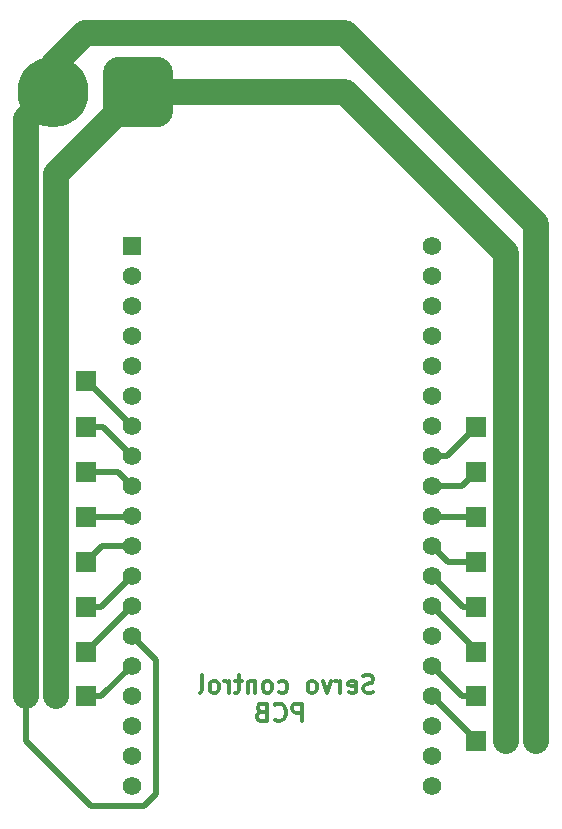
<source format=gbr>
%TF.GenerationSoftware,KiCad,Pcbnew,8.0.4-8.0.4-0~ubuntu22.04.1*%
%TF.CreationDate,2024-09-21T05:32:59+05:30*%
%TF.ProjectId,Servo_pcb_esp32,53657276-6f5f-4706-9362-5f6573703332,rev?*%
%TF.SameCoordinates,Original*%
%TF.FileFunction,Copper,L2,Bot*%
%TF.FilePolarity,Positive*%
%FSLAX46Y46*%
G04 Gerber Fmt 4.6, Leading zero omitted, Abs format (unit mm)*
G04 Created by KiCad (PCBNEW 8.0.4-8.0.4-0~ubuntu22.04.1) date 2024-09-21 05:32:59*
%MOMM*%
%LPD*%
G01*
G04 APERTURE LIST*
G04 Aperture macros list*
%AMRoundRect*
0 Rectangle with rounded corners*
0 $1 Rounding radius*
0 $2 $3 $4 $5 $6 $7 $8 $9 X,Y pos of 4 corners*
0 Add a 4 corners polygon primitive as box body*
4,1,4,$2,$3,$4,$5,$6,$7,$8,$9,$2,$3,0*
0 Add four circle primitives for the rounded corners*
1,1,$1+$1,$2,$3*
1,1,$1+$1,$4,$5*
1,1,$1+$1,$6,$7*
1,1,$1+$1,$8,$9*
0 Add four rect primitives between the rounded corners*
20,1,$1+$1,$2,$3,$4,$5,0*
20,1,$1+$1,$4,$5,$6,$7,0*
20,1,$1+$1,$6,$7,$8,$9,0*
20,1,$1+$1,$8,$9,$2,$3,0*%
G04 Aperture macros list end*
%ADD10C,0.300000*%
%TA.AperFunction,NonConductor*%
%ADD11C,0.300000*%
%TD*%
%TA.AperFunction,ComponentPad*%
%ADD12R,1.700000X1.700000*%
%TD*%
%TA.AperFunction,ComponentPad*%
%ADD13O,1.700000X1.700000*%
%TD*%
%TA.AperFunction,ComponentPad*%
%ADD14C,6.000000*%
%TD*%
%TA.AperFunction,ComponentPad*%
%ADD15RoundRect,1.500000X1.500000X1.500000X-1.500000X1.500000X-1.500000X-1.500000X1.500000X-1.500000X0*%
%TD*%
%TA.AperFunction,ComponentPad*%
%ADD16R,1.560000X1.560000*%
%TD*%
%TA.AperFunction,ComponentPad*%
%ADD17C,1.560000*%
%TD*%
%TA.AperFunction,Conductor*%
%ADD18C,2.200000*%
%TD*%
%TA.AperFunction,Conductor*%
%ADD19C,0.500000*%
%TD*%
%TA.AperFunction,Conductor*%
%ADD20C,0.200000*%
%TD*%
G04 APERTURE END LIST*
D10*
D11*
X146892855Y-110814484D02*
X146678570Y-110885912D01*
X146678570Y-110885912D02*
X146321427Y-110885912D01*
X146321427Y-110885912D02*
X146178570Y-110814484D01*
X146178570Y-110814484D02*
X146107141Y-110743055D01*
X146107141Y-110743055D02*
X146035712Y-110600198D01*
X146035712Y-110600198D02*
X146035712Y-110457341D01*
X146035712Y-110457341D02*
X146107141Y-110314484D01*
X146107141Y-110314484D02*
X146178570Y-110243055D01*
X146178570Y-110243055D02*
X146321427Y-110171626D01*
X146321427Y-110171626D02*
X146607141Y-110100198D01*
X146607141Y-110100198D02*
X146749998Y-110028769D01*
X146749998Y-110028769D02*
X146821427Y-109957341D01*
X146821427Y-109957341D02*
X146892855Y-109814484D01*
X146892855Y-109814484D02*
X146892855Y-109671626D01*
X146892855Y-109671626D02*
X146821427Y-109528769D01*
X146821427Y-109528769D02*
X146749998Y-109457341D01*
X146749998Y-109457341D02*
X146607141Y-109385912D01*
X146607141Y-109385912D02*
X146249998Y-109385912D01*
X146249998Y-109385912D02*
X146035712Y-109457341D01*
X144821427Y-110814484D02*
X144964284Y-110885912D01*
X144964284Y-110885912D02*
X145249999Y-110885912D01*
X145249999Y-110885912D02*
X145392856Y-110814484D01*
X145392856Y-110814484D02*
X145464284Y-110671626D01*
X145464284Y-110671626D02*
X145464284Y-110100198D01*
X145464284Y-110100198D02*
X145392856Y-109957341D01*
X145392856Y-109957341D02*
X145249999Y-109885912D01*
X145249999Y-109885912D02*
X144964284Y-109885912D01*
X144964284Y-109885912D02*
X144821427Y-109957341D01*
X144821427Y-109957341D02*
X144749999Y-110100198D01*
X144749999Y-110100198D02*
X144749999Y-110243055D01*
X144749999Y-110243055D02*
X145464284Y-110385912D01*
X144107142Y-110885912D02*
X144107142Y-109885912D01*
X144107142Y-110171626D02*
X144035713Y-110028769D01*
X144035713Y-110028769D02*
X143964285Y-109957341D01*
X143964285Y-109957341D02*
X143821427Y-109885912D01*
X143821427Y-109885912D02*
X143678570Y-109885912D01*
X143321428Y-109885912D02*
X142964285Y-110885912D01*
X142964285Y-110885912D02*
X142607142Y-109885912D01*
X141821428Y-110885912D02*
X141964285Y-110814484D01*
X141964285Y-110814484D02*
X142035714Y-110743055D01*
X142035714Y-110743055D02*
X142107142Y-110600198D01*
X142107142Y-110600198D02*
X142107142Y-110171626D01*
X142107142Y-110171626D02*
X142035714Y-110028769D01*
X142035714Y-110028769D02*
X141964285Y-109957341D01*
X141964285Y-109957341D02*
X141821428Y-109885912D01*
X141821428Y-109885912D02*
X141607142Y-109885912D01*
X141607142Y-109885912D02*
X141464285Y-109957341D01*
X141464285Y-109957341D02*
X141392857Y-110028769D01*
X141392857Y-110028769D02*
X141321428Y-110171626D01*
X141321428Y-110171626D02*
X141321428Y-110600198D01*
X141321428Y-110600198D02*
X141392857Y-110743055D01*
X141392857Y-110743055D02*
X141464285Y-110814484D01*
X141464285Y-110814484D02*
X141607142Y-110885912D01*
X141607142Y-110885912D02*
X141821428Y-110885912D01*
X138892857Y-110814484D02*
X139035714Y-110885912D01*
X139035714Y-110885912D02*
X139321428Y-110885912D01*
X139321428Y-110885912D02*
X139464285Y-110814484D01*
X139464285Y-110814484D02*
X139535714Y-110743055D01*
X139535714Y-110743055D02*
X139607142Y-110600198D01*
X139607142Y-110600198D02*
X139607142Y-110171626D01*
X139607142Y-110171626D02*
X139535714Y-110028769D01*
X139535714Y-110028769D02*
X139464285Y-109957341D01*
X139464285Y-109957341D02*
X139321428Y-109885912D01*
X139321428Y-109885912D02*
X139035714Y-109885912D01*
X139035714Y-109885912D02*
X138892857Y-109957341D01*
X138035714Y-110885912D02*
X138178571Y-110814484D01*
X138178571Y-110814484D02*
X138250000Y-110743055D01*
X138250000Y-110743055D02*
X138321428Y-110600198D01*
X138321428Y-110600198D02*
X138321428Y-110171626D01*
X138321428Y-110171626D02*
X138250000Y-110028769D01*
X138250000Y-110028769D02*
X138178571Y-109957341D01*
X138178571Y-109957341D02*
X138035714Y-109885912D01*
X138035714Y-109885912D02*
X137821428Y-109885912D01*
X137821428Y-109885912D02*
X137678571Y-109957341D01*
X137678571Y-109957341D02*
X137607143Y-110028769D01*
X137607143Y-110028769D02*
X137535714Y-110171626D01*
X137535714Y-110171626D02*
X137535714Y-110600198D01*
X137535714Y-110600198D02*
X137607143Y-110743055D01*
X137607143Y-110743055D02*
X137678571Y-110814484D01*
X137678571Y-110814484D02*
X137821428Y-110885912D01*
X137821428Y-110885912D02*
X138035714Y-110885912D01*
X136892857Y-109885912D02*
X136892857Y-110885912D01*
X136892857Y-110028769D02*
X136821428Y-109957341D01*
X136821428Y-109957341D02*
X136678571Y-109885912D01*
X136678571Y-109885912D02*
X136464285Y-109885912D01*
X136464285Y-109885912D02*
X136321428Y-109957341D01*
X136321428Y-109957341D02*
X136250000Y-110100198D01*
X136250000Y-110100198D02*
X136250000Y-110885912D01*
X135749999Y-109885912D02*
X135178571Y-109885912D01*
X135535714Y-109385912D02*
X135535714Y-110671626D01*
X135535714Y-110671626D02*
X135464285Y-110814484D01*
X135464285Y-110814484D02*
X135321428Y-110885912D01*
X135321428Y-110885912D02*
X135178571Y-110885912D01*
X134678571Y-110885912D02*
X134678571Y-109885912D01*
X134678571Y-110171626D02*
X134607142Y-110028769D01*
X134607142Y-110028769D02*
X134535714Y-109957341D01*
X134535714Y-109957341D02*
X134392856Y-109885912D01*
X134392856Y-109885912D02*
X134249999Y-109885912D01*
X133535714Y-110885912D02*
X133678571Y-110814484D01*
X133678571Y-110814484D02*
X133750000Y-110743055D01*
X133750000Y-110743055D02*
X133821428Y-110600198D01*
X133821428Y-110600198D02*
X133821428Y-110171626D01*
X133821428Y-110171626D02*
X133750000Y-110028769D01*
X133750000Y-110028769D02*
X133678571Y-109957341D01*
X133678571Y-109957341D02*
X133535714Y-109885912D01*
X133535714Y-109885912D02*
X133321428Y-109885912D01*
X133321428Y-109885912D02*
X133178571Y-109957341D01*
X133178571Y-109957341D02*
X133107143Y-110028769D01*
X133107143Y-110028769D02*
X133035714Y-110171626D01*
X133035714Y-110171626D02*
X133035714Y-110600198D01*
X133035714Y-110600198D02*
X133107143Y-110743055D01*
X133107143Y-110743055D02*
X133178571Y-110814484D01*
X133178571Y-110814484D02*
X133321428Y-110885912D01*
X133321428Y-110885912D02*
X133535714Y-110885912D01*
X132178571Y-110885912D02*
X132321428Y-110814484D01*
X132321428Y-110814484D02*
X132392857Y-110671626D01*
X132392857Y-110671626D02*
X132392857Y-109385912D01*
X140892857Y-113300828D02*
X140892857Y-111800828D01*
X140892857Y-111800828D02*
X140321428Y-111800828D01*
X140321428Y-111800828D02*
X140178571Y-111872257D01*
X140178571Y-111872257D02*
X140107142Y-111943685D01*
X140107142Y-111943685D02*
X140035714Y-112086542D01*
X140035714Y-112086542D02*
X140035714Y-112300828D01*
X140035714Y-112300828D02*
X140107142Y-112443685D01*
X140107142Y-112443685D02*
X140178571Y-112515114D01*
X140178571Y-112515114D02*
X140321428Y-112586542D01*
X140321428Y-112586542D02*
X140892857Y-112586542D01*
X138535714Y-113157971D02*
X138607142Y-113229400D01*
X138607142Y-113229400D02*
X138821428Y-113300828D01*
X138821428Y-113300828D02*
X138964285Y-113300828D01*
X138964285Y-113300828D02*
X139178571Y-113229400D01*
X139178571Y-113229400D02*
X139321428Y-113086542D01*
X139321428Y-113086542D02*
X139392857Y-112943685D01*
X139392857Y-112943685D02*
X139464285Y-112657971D01*
X139464285Y-112657971D02*
X139464285Y-112443685D01*
X139464285Y-112443685D02*
X139392857Y-112157971D01*
X139392857Y-112157971D02*
X139321428Y-112015114D01*
X139321428Y-112015114D02*
X139178571Y-111872257D01*
X139178571Y-111872257D02*
X138964285Y-111800828D01*
X138964285Y-111800828D02*
X138821428Y-111800828D01*
X138821428Y-111800828D02*
X138607142Y-111872257D01*
X138607142Y-111872257D02*
X138535714Y-111943685D01*
X137392857Y-112515114D02*
X137178571Y-112586542D01*
X137178571Y-112586542D02*
X137107142Y-112657971D01*
X137107142Y-112657971D02*
X137035714Y-112800828D01*
X137035714Y-112800828D02*
X137035714Y-113015114D01*
X137035714Y-113015114D02*
X137107142Y-113157971D01*
X137107142Y-113157971D02*
X137178571Y-113229400D01*
X137178571Y-113229400D02*
X137321428Y-113300828D01*
X137321428Y-113300828D02*
X137892857Y-113300828D01*
X137892857Y-113300828D02*
X137892857Y-111800828D01*
X137892857Y-111800828D02*
X137392857Y-111800828D01*
X137392857Y-111800828D02*
X137250000Y-111872257D01*
X137250000Y-111872257D02*
X137178571Y-111943685D01*
X137178571Y-111943685D02*
X137107142Y-112086542D01*
X137107142Y-112086542D02*
X137107142Y-112229400D01*
X137107142Y-112229400D02*
X137178571Y-112372257D01*
X137178571Y-112372257D02*
X137250000Y-112443685D01*
X137250000Y-112443685D02*
X137392857Y-112515114D01*
X137392857Y-112515114D02*
X137892857Y-112515114D01*
D12*
%TO.P,J16,1,Pin_1*%
%TO.N,s16*%
X155600000Y-88400000D03*
D13*
%TO.P,J16,2,Pin_2*%
%TO.N,+5V*%
X158140000Y-88400000D03*
%TO.P,J16,3,Pin_3*%
%TO.N,GND*%
X160680000Y-88400000D03*
%TD*%
D12*
%TO.P,J15,1,Pin_1*%
%TO.N,s15*%
X155600000Y-92200000D03*
D13*
%TO.P,J15,2,Pin_2*%
%TO.N,+5V*%
X158140000Y-92200000D03*
%TO.P,J15,3,Pin_3*%
%TO.N,GND*%
X160680000Y-92200000D03*
%TD*%
D12*
%TO.P,J14,1,Pin_1*%
%TO.N,s14*%
X155600000Y-96000000D03*
D13*
%TO.P,J14,2,Pin_2*%
%TO.N,+5V*%
X158140000Y-96000000D03*
%TO.P,J14,3,Pin_3*%
%TO.N,GND*%
X160680000Y-96000000D03*
%TD*%
D12*
%TO.P,J13,1,Pin_1*%
%TO.N,s13*%
X155600000Y-99800000D03*
D13*
%TO.P,J13,2,Pin_2*%
%TO.N,+5V*%
X158140000Y-99800000D03*
%TO.P,J13,3,Pin_3*%
%TO.N,GND*%
X160680000Y-99800000D03*
%TD*%
D12*
%TO.P,J12,1,Pin_1*%
%TO.N,s12*%
X155600000Y-103600000D03*
D13*
%TO.P,J12,2,Pin_2*%
%TO.N,+5V*%
X158140000Y-103600000D03*
%TO.P,J12,3,Pin_3*%
%TO.N,GND*%
X160680000Y-103600000D03*
%TD*%
D12*
%TO.P,J11,1,Pin_1*%
%TO.N,s11*%
X155600000Y-107400000D03*
D13*
%TO.P,J11,2,Pin_2*%
%TO.N,+5V*%
X158140000Y-107400000D03*
%TO.P,J11,3,Pin_3*%
%TO.N,GND*%
X160680000Y-107400000D03*
%TD*%
D12*
%TO.P,J10,1,Pin_1*%
%TO.N,s10*%
X155600000Y-111200000D03*
D13*
%TO.P,J10,2,Pin_2*%
%TO.N,+5V*%
X158140000Y-111200000D03*
%TO.P,J10,3,Pin_3*%
%TO.N,GND*%
X160680000Y-111200000D03*
%TD*%
D14*
%TO.P,J25,2,Pin_2*%
%TO.N,GND*%
X119800000Y-60000000D03*
D15*
%TO.P,J25,1,Pin_1*%
%TO.N,+5V*%
X127000000Y-60000000D03*
%TD*%
D13*
%TO.P,J9,3,Pin_3*%
%TO.N,GND*%
X160680000Y-115000000D03*
%TO.P,J9,2,Pin_2*%
%TO.N,+5V*%
X158140000Y-115000000D03*
D12*
%TO.P,J9,1,Pin_1*%
%TO.N,s9*%
X155600000Y-115000000D03*
%TD*%
D13*
%TO.P,J8,3,Pin_3*%
%TO.N,GND*%
X117520000Y-111200000D03*
%TO.P,J8,2,Pin_2*%
%TO.N,+5V*%
X120060000Y-111200000D03*
D12*
%TO.P,J8,1,Pin_1*%
%TO.N,s8*%
X122600000Y-111200000D03*
%TD*%
D13*
%TO.P,J7,3,Pin_3*%
%TO.N,GND*%
X117520000Y-107400000D03*
%TO.P,J7,2,Pin_2*%
%TO.N,+5V*%
X120060000Y-107400000D03*
D12*
%TO.P,J7,1,Pin_1*%
%TO.N,s7*%
X122600000Y-107400000D03*
%TD*%
D13*
%TO.P,J6,3,Pin_3*%
%TO.N,GND*%
X117520000Y-103600000D03*
%TO.P,J6,2,Pin_2*%
%TO.N,+5V*%
X120060000Y-103600000D03*
D12*
%TO.P,J6,1,Pin_1*%
%TO.N,s6*%
X122600000Y-103600000D03*
%TD*%
D13*
%TO.P,J5,3,Pin_3*%
%TO.N,GND*%
X117520000Y-99800000D03*
%TO.P,J5,2,Pin_2*%
%TO.N,+5V*%
X120060000Y-99800000D03*
D12*
%TO.P,J5,1,Pin_1*%
%TO.N,s5*%
X122600000Y-99800000D03*
%TD*%
D13*
%TO.P,J4,3,Pin_3*%
%TO.N,GND*%
X117520000Y-96000000D03*
%TO.P,J4,2,Pin_2*%
%TO.N,+5V*%
X120060000Y-96000000D03*
D12*
%TO.P,J4,1,Pin_1*%
%TO.N,s4*%
X122600000Y-96000000D03*
%TD*%
D13*
%TO.P,J3,3,Pin_3*%
%TO.N,GND*%
X117520000Y-92200000D03*
%TO.P,J3,2,Pin_2*%
%TO.N,+5V*%
X120060000Y-92200000D03*
D12*
%TO.P,J3,1,Pin_1*%
%TO.N,s3*%
X122600000Y-92200000D03*
%TD*%
D13*
%TO.P,J2,3,Pin_3*%
%TO.N,GND*%
X117520000Y-88400000D03*
%TO.P,J2,2,Pin_2*%
%TO.N,+5V*%
X120060000Y-88400000D03*
D12*
%TO.P,J2,1,Pin_1*%
%TO.N,s2*%
X122600000Y-88400000D03*
%TD*%
%TO.P,J1,1,Pin_1*%
%TO.N,s1*%
X122600000Y-84520000D03*
D13*
%TO.P,J1,2,Pin_2*%
%TO.N,+5V*%
X120060000Y-84520000D03*
%TO.P,J1,3,Pin_3*%
%TO.N,GND*%
X117520000Y-84520000D03*
%TD*%
D16*
%TO.P,U1,J2-1,3V3*%
%TO.N,unconnected-(U1-3V3-PadJ2-1)*%
X126455000Y-73060000D03*
D17*
%TO.P,U1,J2-2,EN*%
%TO.N,unconnected-(U1-EN-PadJ2-2)*%
X126455000Y-75600000D03*
%TO.P,U1,J2-19,EXT_5V*%
%TO.N,unconnected-(U1-EXT_5V-PadJ2-19)*%
X126455000Y-118780000D03*
%TO.P,U1,J2-3,SENSOR_VP*%
%TO.N,unconnected-(U1-SENSOR_VP-PadJ2-3)*%
X126455000Y-78140000D03*
%TO.P,U1,J2-4,SENSOR_VN*%
%TO.N,unconnected-(U1-SENSOR_VN-PadJ2-4)*%
X126455000Y-80680000D03*
%TO.P,U1,J2-5,IO34*%
%TO.N,unconnected-(U1-IO34-PadJ2-5)*%
X126455000Y-83220000D03*
%TO.P,U1,J2-6,IO35*%
%TO.N,unconnected-(U1-IO35-PadJ2-6)*%
X126455000Y-85760000D03*
%TO.P,U1,J2-7,IO32*%
%TO.N,s1*%
X126455000Y-88300000D03*
%TO.P,U1,J2-8,IO33*%
%TO.N,s2*%
X126455000Y-90840000D03*
%TO.P,U1,J2-9,IO25*%
%TO.N,s3*%
X126455000Y-93380000D03*
%TO.P,U1,J2-10,IO26*%
%TO.N,s4*%
X126455000Y-95920000D03*
%TO.P,U1,J2-11,IO27*%
%TO.N,s5*%
X126455000Y-98460000D03*
%TO.P,U1,J2-12,IO14*%
%TO.N,s6*%
X126455000Y-101000000D03*
%TO.P,U1,J2-13,IO12*%
%TO.N,s7*%
X126455000Y-103540000D03*
%TO.P,U1,J2-14,GND1*%
%TO.N,GND*%
X126455000Y-106080000D03*
%TO.P,U1,J2-15,IO13*%
%TO.N,s8*%
X126455000Y-108620000D03*
%TO.P,U1,J2-16,SD2*%
%TO.N,unconnected-(U1-SD2-PadJ2-16)*%
X126455000Y-111160000D03*
%TO.P,U1,J2-17,SD3*%
%TO.N,unconnected-(U1-SD3-PadJ2-17)*%
X126455000Y-113700000D03*
%TO.P,U1,J2-18,CMD*%
%TO.N,unconnected-(U1-CMD-PadJ2-18)*%
X126455000Y-116240000D03*
%TO.P,U1,J3-1,GND3*%
%TO.N,unconnected-(U1-GND3-PadJ3-1)*%
X151855000Y-73060000D03*
%TO.P,U1,J3-2,IO23*%
%TO.N,unconnected-(U1-IO23-PadJ3-2)*%
X151855000Y-75600000D03*
%TO.P,U1,J3-3,IO22*%
%TO.N,unconnected-(U1-IO22-PadJ3-3)*%
X151855000Y-78140000D03*
%TO.P,U1,J3-4,TXD0*%
%TO.N,unconnected-(U1-TXD0-PadJ3-4)*%
X151855000Y-80680000D03*
%TO.P,U1,J3-5,RXD0*%
%TO.N,unconnected-(U1-RXD0-PadJ3-5)*%
X151855000Y-83220000D03*
%TO.P,U1,J3-6,IO21*%
%TO.N,unconnected-(U1-IO21-PadJ3-6)*%
X151855000Y-85760000D03*
%TO.P,U1,J3-7,GND2*%
%TO.N,unconnected-(U1-GND2-PadJ3-7)*%
X151855000Y-88300000D03*
%TO.P,U1,J3-8,IO19*%
%TO.N,s16*%
X151855000Y-90840000D03*
%TO.P,U1,J3-9,IO18*%
%TO.N,s15*%
X151855000Y-93380000D03*
%TO.P,U1,J3-10,IO5*%
%TO.N,s14*%
X151855000Y-95920000D03*
%TO.P,U1,J3-11,IO17*%
%TO.N,s13*%
X151855000Y-98460000D03*
%TO.P,U1,J3-12,IO16*%
%TO.N,s12*%
X151855000Y-101000000D03*
%TO.P,U1,J3-13,IO4*%
%TO.N,s11*%
X151855000Y-103540000D03*
%TO.P,U1,J3-14,IO0*%
%TO.N,unconnected-(U1-IO0-PadJ3-14)*%
X151855000Y-106080000D03*
%TO.P,U1,J3-15,IO2*%
%TO.N,s10*%
X151855000Y-108620000D03*
%TO.P,U1,J3-16,IO15*%
%TO.N,s9*%
X151855000Y-111160000D03*
%TO.P,U1,J3-17,SD1*%
%TO.N,unconnected-(U1-SD1-PadJ3-17)*%
X151855000Y-113700000D03*
%TO.P,U1,J3-18,SD0*%
%TO.N,unconnected-(U1-SD0-PadJ3-18)*%
X151855000Y-116240000D03*
%TO.P,U1,J3-19,CLK*%
%TO.N,unconnected-(U1-CLK-PadJ3-19)*%
X151855000Y-118780000D03*
%TD*%
D18*
%TO.N,GND*%
X119800000Y-60000000D02*
X119800000Y-57700000D01*
X122500000Y-55000000D02*
X144500000Y-55000000D01*
X119800000Y-57700000D02*
X122500000Y-55000000D01*
X144500000Y-55000000D02*
X160680000Y-71180000D01*
X160680000Y-71180000D02*
X160680000Y-88400000D01*
%TO.N,+5V*%
X127000000Y-60000000D02*
X144500000Y-60000000D01*
X144500000Y-60000000D02*
X158140000Y-73640000D01*
X158140000Y-73640000D02*
X158140000Y-88400000D01*
X120060000Y-84520000D02*
X120060000Y-66940000D01*
X120060000Y-66940000D02*
X127000000Y-60000000D01*
%TO.N,GND*%
X117520000Y-84520000D02*
X117520000Y-62280000D01*
X117520000Y-62280000D02*
X119800000Y-60000000D01*
D19*
X126455000Y-106080000D02*
X128500000Y-108125000D01*
X127500000Y-120500000D02*
X123000000Y-120500000D01*
X128500000Y-108125000D02*
X128500000Y-119500000D01*
X117520000Y-113980000D02*
X117520000Y-111200000D01*
X128500000Y-119500000D02*
X127500000Y-120500000D01*
X123000000Y-120500000D02*
X117500000Y-115000000D01*
X117500000Y-115000000D02*
X117500000Y-114000000D01*
X117500000Y-114000000D02*
X117520000Y-113980000D01*
D18*
X117520000Y-84520000D02*
X117520000Y-111200000D01*
X160680000Y-92200000D02*
X160680000Y-88400000D01*
X160680000Y-96000000D02*
X160680000Y-92200000D01*
X160680000Y-99800000D02*
X160680000Y-96000000D01*
X160680000Y-103600000D02*
X160680000Y-99800000D01*
X160680000Y-107400000D02*
X160680000Y-103600000D01*
X160680000Y-111200000D02*
X160680000Y-107400000D01*
X160680000Y-115000000D02*
X160680000Y-111200000D01*
%TO.N,+5V*%
X158140000Y-111200000D02*
X158140000Y-115000000D01*
X158140000Y-107400000D02*
X158140000Y-111200000D01*
X158140000Y-103600000D02*
X158140000Y-107400000D01*
X158140000Y-99800000D02*
X158140000Y-103600000D01*
X158140000Y-96000000D02*
X158140000Y-99800000D01*
X158140000Y-92200000D02*
X158140000Y-96000000D01*
X158140000Y-88400000D02*
X158140000Y-92200000D01*
D19*
%TO.N,s16*%
X151855000Y-90840000D02*
X153160000Y-90840000D01*
X153160000Y-90840000D02*
X155600000Y-88400000D01*
%TO.N,s15*%
X151855000Y-93380000D02*
X154420000Y-93380000D01*
X154420000Y-93380000D02*
X155600000Y-92200000D01*
%TO.N,s14*%
X155600000Y-96000000D02*
X151935000Y-96000000D01*
X151935000Y-96000000D02*
X151855000Y-95920000D01*
%TO.N,s13*%
X155600000Y-99800000D02*
X153195000Y-99800000D01*
X153195000Y-99800000D02*
X151855000Y-98460000D01*
%TO.N,s12*%
X155600000Y-103600000D02*
X154455000Y-103600000D01*
X154455000Y-103600000D02*
X151855000Y-101000000D01*
%TO.N,s11*%
X151855000Y-103540000D02*
X155600000Y-107285000D01*
X155600000Y-107285000D02*
X155600000Y-107400000D01*
%TO.N,s10*%
X155600000Y-111200000D02*
X154435000Y-111200000D01*
X154435000Y-111200000D02*
X151855000Y-108620000D01*
%TO.N,s9*%
X151855000Y-111160000D02*
X155600000Y-114905000D01*
X155600000Y-114905000D02*
X155600000Y-115000000D01*
%TO.N,s6*%
X122600000Y-103600000D02*
X123855000Y-103600000D01*
X123855000Y-103600000D02*
X126455000Y-101000000D01*
%TO.N,s5*%
X126455000Y-98460000D02*
X123940000Y-98460000D01*
X123940000Y-98460000D02*
X122600000Y-99800000D01*
%TO.N,s4*%
X122600000Y-96000000D02*
X126375000Y-96000000D01*
X126375000Y-96000000D02*
X126455000Y-95920000D01*
%TO.N,s3*%
X122600000Y-92200000D02*
X125275000Y-92200000D01*
X125275000Y-92200000D02*
X126455000Y-93380000D01*
%TO.N,s2*%
X122600000Y-88400000D02*
X124015000Y-88400000D01*
X124015000Y-88400000D02*
X126455000Y-90840000D01*
%TO.N,s1*%
X122600000Y-84520000D02*
X122675000Y-84520000D01*
X122675000Y-84520000D02*
X126455000Y-88300000D01*
D18*
%TO.N,+5V*%
X120060000Y-88400000D02*
X120060000Y-84520000D01*
X120060000Y-92200000D02*
X120060000Y-88400000D01*
X120060000Y-96000000D02*
X120060000Y-92200000D01*
X120060000Y-99800000D02*
X120060000Y-96000000D01*
X120060000Y-103600000D02*
X120060000Y-99800000D01*
X120060000Y-107400000D02*
X120060000Y-103600000D01*
X120060000Y-111200000D02*
X120060000Y-107400000D01*
D20*
%TO.N,s7*%
X122600000Y-107400000D02*
X122600000Y-107395000D01*
D19*
X122600000Y-107395000D02*
X126455000Y-103540000D01*
%TO.N,s8*%
X122600000Y-111200000D02*
X123875000Y-111200000D01*
X123875000Y-111200000D02*
X126455000Y-108620000D01*
%TD*%
M02*

</source>
